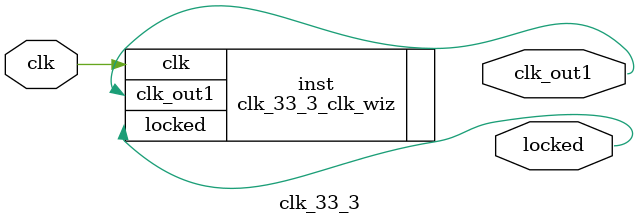
<source format=v>


`timescale 1ps/1ps

(* CORE_GENERATION_INFO = "clk_33_3,clk_wiz_v6_0_9_0_0,{component_name=clk_33_3,use_phase_alignment=true,use_min_o_jitter=false,use_max_i_jitter=false,use_dyn_phase_shift=false,use_inclk_switchover=false,use_dyn_reconfig=false,enable_axi=0,feedback_source=FDBK_AUTO,PRIMITIVE=MMCM,num_out_clk=1,clkin1_period=10.000,clkin2_period=10.000,use_power_down=false,use_reset=false,use_locked=true,use_inclk_stopped=false,feedback_type=SINGLE,CLOCK_MGR_TYPE=NA,manual_override=false}" *)

module clk_33_3 
 (
  // Clock out ports
  output        clk_out1,
  // Status and control signals
  output        locked,
 // Clock in ports
  input         clk
 );

  clk_33_3_clk_wiz inst
  (
  // Clock out ports  
  .clk_out1(clk_out1),
  // Status and control signals               
  .locked(locked),
 // Clock in ports
  .clk(clk)
  );

endmodule

</source>
